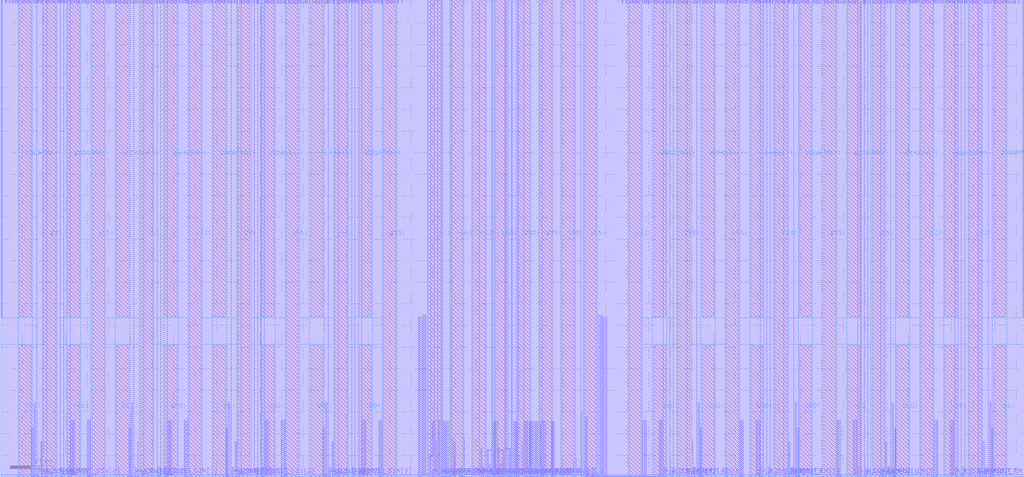
<source format=lef>
# ------------------------------------------------------
#
#		Copyright 2025 IHP PDK Authors
#
#		Licensed under the Apache License, Version 2.0 (the "License");
#		you may not use this file except in compliance with the License.
#		You may obtain a copy of the License at
#		
#		   https://www.apache.org/licenses/LICENSE-2.0
#		
#		Unless required by applicable law or agreed to in writing, software
#		distributed under the License is distributed on an "AS IS" BASIS,
#		WITHOUT WARRANTIES OR CONDITIONS OF ANY KIND, either express or implied.
#		See the License for the specific language governing permissions and
#		limitations under the License.
#		
#		Generated on Wed Aug 27 16:20:24 2025		
#
# ------------------------------------------------------ 
VERSION 5.7 ;
BUSBITCHARS "[]" ;
DIVIDERCHAR "/" ;

MACRO RM_IHPSG13_1P_512x8_c3_bm_bist
  CLASS BLOCK ;
  ORIGIN 0 0 ;
  FOREIGN RM_IHPSG13_1P_512x8_c3_bm_bist 0 0 ;
  SIZE 236.8 BY 110.38 ;
  SYMMETRY X Y R90 ;
  PIN A_DIN[4]
    DIRECTION INPUT ;
    USE SIGNAL ;
    ANTENNAPARTIALMETALAREA 0.7007 LAYER Metal2 ;
    ANTENNAMODEL OXIDE1 ;
      ANTENNAGATEAREA 0.20085 LAYER Metal2 ;
      ANTENNAMAXAREACAR 4.394822 LAYER Metal2 ;
    PORT
      LAYER Metal2 ;
        RECT 155.09 0 155.35 0.26 ;
    END
  END A_DIN[4]
  PIN A_DIN[3]
    DIRECTION INPUT ;
    USE SIGNAL ;
    ANTENNAPARTIALMETALAREA 0.7007 LAYER Metal2 ;
    ANTENNAMODEL OXIDE1 ;
      ANTENNAGATEAREA 0.20085 LAYER Metal2 ;
      ANTENNAMAXAREACAR 4.394822 LAYER Metal2 ;
    PORT
      LAYER Metal2 ;
        RECT 81.45 0 81.71 0.26 ;
    END
  END A_DIN[3]
  PIN A_BIST_DIN[4]
    DIRECTION INPUT ;
    USE SIGNAL ;
    ANTENNAPARTIALMETALAREA 0.7007 LAYER Metal2 ;
    ANTENNAMODEL OXIDE1 ;
      ANTENNAGATEAREA 0.20085 LAYER Metal2 ;
      ANTENNAMAXAREACAR 4.394822 LAYER Metal2 ;
    PORT
      LAYER Metal2 ;
        RECT 153.56 0 153.82 0.26 ;
    END
  END A_BIST_DIN[4]
  PIN A_BIST_DIN[3]
    DIRECTION INPUT ;
    USE SIGNAL ;
    ANTENNAPARTIALMETALAREA 0.7007 LAYER Metal2 ;
    ANTENNAMODEL OXIDE1 ;
      ANTENNAGATEAREA 0.20085 LAYER Metal2 ;
      ANTENNAMAXAREACAR 4.394822 LAYER Metal2 ;
    PORT
      LAYER Metal2 ;
        RECT 82.98 0 83.24 0.26 ;
    END
  END A_BIST_DIN[3]
  PIN A_BM[4]
    DIRECTION INPUT ;
    USE SIGNAL ;
    ANTENNAPARTIALMETALAREA 0.7007 LAYER Metal2 ;
    ANTENNAMODEL OXIDE1 ;
      ANTENNAGATEAREA 0.20085 LAYER Metal2 ;
      ANTENNAMAXAREACAR 4.394822 LAYER Metal2 ;
    PORT
      LAYER Metal2 ;
        RECT 158.97 0 159.23 0.26 ;
    END
  END A_BM[4]
  PIN A_BM[3]
    DIRECTION INPUT ;
    USE SIGNAL ;
    ANTENNAPARTIALMETALAREA 0.7007 LAYER Metal2 ;
    ANTENNAMODEL OXIDE1 ;
      ANTENNAGATEAREA 0.20085 LAYER Metal2 ;
      ANTENNAMAXAREACAR 4.394822 LAYER Metal2 ;
    PORT
      LAYER Metal2 ;
        RECT 77.57 0 77.83 0.26 ;
    END
  END A_BM[3]
  PIN A_BIST_BM[4]
    DIRECTION INPUT ;
    USE SIGNAL ;
    ANTENNAPARTIALMETALAREA 0.7007 LAYER Metal2 ;
    ANTENNAMODEL OXIDE1 ;
      ANTENNAGATEAREA 0.20085 LAYER Metal2 ;
      ANTENNAMAXAREACAR 4.394822 LAYER Metal2 ;
    PORT
      LAYER Metal2 ;
        RECT 160.5 0 160.76 0.26 ;
    END
  END A_BIST_BM[4]
  PIN A_BIST_BM[3]
    DIRECTION INPUT ;
    USE SIGNAL ;
    ANTENNAPARTIALMETALAREA 0.7007 LAYER Metal2 ;
    ANTENNAMODEL OXIDE1 ;
      ANTENNAGATEAREA 0.20085 LAYER Metal2 ;
      ANTENNAMAXAREACAR 4.394822 LAYER Metal2 ;
    PORT
      LAYER Metal2 ;
        RECT 76.04 0 76.3 0.26 ;
    END
  END A_BIST_BM[3]
  PIN A_DOUT[4]
    DIRECTION OUTPUT ;
    USE SIGNAL ;
    ANTENNAPARTIALMETALAREA 2.0345 LAYER Metal2 ;
    ANTENNADIFFAREA 0.988 LAYER Metal2 ;
    PORT
      LAYER Metal2 ;
        RECT 159.835 0 160.095 0.26 ;
    END
  END A_DOUT[4]
  PIN A_DOUT[3]
    DIRECTION OUTPUT ;
    USE SIGNAL ;
    ANTENNAPARTIALMETALAREA 2.0345 LAYER Metal2 ;
    ANTENNADIFFAREA 0.988 LAYER Metal2 ;
    PORT
      LAYER Metal2 ;
        RECT 76.705 0 76.965 0.26 ;
    END
  END A_DOUT[3]
  PIN VSS!
    DIRECTION INOUT ;
    USE GROUND ;
    NETEXPR "vss VSS!" ;
    PORT
      LAYER Metal4 ;
        RECT 224.11 0 226.92 110.38 ;
    END
    PORT
      LAYER Metal4 ;
        RECT 212.87 0 215.68 110.38 ;
    END
    PORT
      LAYER Metal4 ;
        RECT 201.63 0 204.44 110.38 ;
    END
    PORT
      LAYER Metal4 ;
        RECT 190.39 0 193.2 110.38 ;
    END
    PORT
      LAYER Metal4 ;
        RECT 179.15 0 181.96 110.38 ;
    END
    PORT
      LAYER Metal4 ;
        RECT 167.91 0 170.72 110.38 ;
    END
    PORT
      LAYER Metal4 ;
        RECT 156.67 0 159.48 110.38 ;
    END
    PORT
      LAYER Metal4 ;
        RECT 145.43 0 148.24 110.38 ;
    END
    PORT
      LAYER Metal4 ;
        RECT 135.02 0 137.83 110.38 ;
    END
    PORT
      LAYER Metal4 ;
        RECT 124.72 0 127.53 110.38 ;
    END
    PORT
      LAYER Metal4 ;
        RECT 109.27 0 112.08 110.38 ;
    END
    PORT
      LAYER Metal4 ;
        RECT 98.97 0 101.78 110.38 ;
    END
    PORT
      LAYER Metal4 ;
        RECT 88.56 0 91.37 110.38 ;
    END
    PORT
      LAYER Metal4 ;
        RECT 77.32 0 80.13 110.38 ;
    END
    PORT
      LAYER Metal4 ;
        RECT 66.08 0 68.89 110.38 ;
    END
    PORT
      LAYER Metal4 ;
        RECT 54.84 0 57.65 110.38 ;
    END
    PORT
      LAYER Metal4 ;
        RECT 43.6 0 46.41 110.38 ;
    END
    PORT
      LAYER Metal4 ;
        RECT 32.36 0 35.17 110.38 ;
    END
    PORT
      LAYER Metal4 ;
        RECT 21.12 0 23.93 110.38 ;
    END
    PORT
      LAYER Metal4 ;
        RECT 9.88 0 12.69 110.38 ;
    END
  END VSS!
  PIN VDD!
    DIRECTION INOUT ;
    USE POWER ;
    NETEXPR "vdd VDD!" ;
    PORT
      LAYER Metal4 ;
        RECT 229.73 0 232.54 30.425 ;
    END
    PORT
      LAYER Metal4 ;
        RECT 218.49 0 221.3 30.425 ;
    END
    PORT
      LAYER Metal4 ;
        RECT 207.25 0 210.06 30.425 ;
    END
    PORT
      LAYER Metal4 ;
        RECT 196.01 0 198.82 30.425 ;
    END
    PORT
      LAYER Metal4 ;
        RECT 184.77 0 187.58 30.425 ;
    END
    PORT
      LAYER Metal4 ;
        RECT 173.53 0 176.34 30.425 ;
    END
    PORT
      LAYER Metal4 ;
        RECT 162.29 0 165.1 30.425 ;
    END
    PORT
      LAYER Metal4 ;
        RECT 151.05 0 153.86 30.425 ;
    END
    PORT
      LAYER Metal4 ;
        RECT 129.87 0 132.68 110.38 ;
    END
    PORT
      LAYER Metal4 ;
        RECT 119.57 0 122.38 110.38 ;
    END
    PORT
      LAYER Metal4 ;
        RECT 114.42 0 117.23 110.38 ;
    END
    PORT
      LAYER Metal4 ;
        RECT 104.12 0 106.93 110.38 ;
    END
    PORT
      LAYER Metal4 ;
        RECT 82.94 0 85.75 30.425 ;
    END
    PORT
      LAYER Metal4 ;
        RECT 71.7 0 74.51 30.425 ;
    END
    PORT
      LAYER Metal4 ;
        RECT 60.46 0 63.27 30.425 ;
    END
    PORT
      LAYER Metal4 ;
        RECT 49.22 0 52.03 30.425 ;
    END
    PORT
      LAYER Metal4 ;
        RECT 37.98 0 40.79 30.425 ;
    END
    PORT
      LAYER Metal4 ;
        RECT 26.74 0 29.55 30.425 ;
    END
    PORT
      LAYER Metal4 ;
        RECT 15.5 0 18.31 30.425 ;
    END
    PORT
      LAYER Metal4 ;
        RECT 4.26 0 7.07 30.425 ;
    END
  END VDD!
  PIN VDDARRAY!
    DIRECTION INOUT ;
    USE POWER ;
    NETEXPR "vddarray VDDARRAY!" ;
    PORT
      LAYER Metal4 ;
        RECT 229.73 37.065 232.54 110.38 ;
    END
    PORT
      LAYER Metal4 ;
        RECT 218.49 37.065 221.3 110.38 ;
    END
    PORT
      LAYER Metal4 ;
        RECT 207.25 37.065 210.06 110.38 ;
    END
    PORT
      LAYER Metal4 ;
        RECT 196.01 37.065 198.82 110.38 ;
    END
    PORT
      LAYER Metal4 ;
        RECT 184.77 37.065 187.58 110.38 ;
    END
    PORT
      LAYER Metal4 ;
        RECT 173.53 37.065 176.34 110.38 ;
    END
    PORT
      LAYER Metal4 ;
        RECT 162.29 37.065 165.1 110.38 ;
    END
    PORT
      LAYER Metal4 ;
        RECT 151.05 37.065 153.86 110.38 ;
    END
    PORT
      LAYER Metal4 ;
        RECT 82.94 37.065 85.75 110.38 ;
    END
    PORT
      LAYER Metal4 ;
        RECT 71.7 37.065 74.51 110.38 ;
    END
    PORT
      LAYER Metal4 ;
        RECT 60.46 37.065 63.27 110.38 ;
    END
    PORT
      LAYER Metal4 ;
        RECT 49.22 37.065 52.03 110.38 ;
    END
    PORT
      LAYER Metal4 ;
        RECT 37.98 37.065 40.79 110.38 ;
    END
    PORT
      LAYER Metal4 ;
        RECT 26.74 37.065 29.55 110.38 ;
    END
    PORT
      LAYER Metal4 ;
        RECT 15.5 37.065 18.31 110.38 ;
    END
    PORT
      LAYER Metal4 ;
        RECT 4.26 37.065 7.07 110.38 ;
    END
  END VDDARRAY!
  PIN A_DIN[5]
    DIRECTION INPUT ;
    USE SIGNAL ;
    ANTENNAPARTIALMETALAREA 0.7007 LAYER Metal2 ;
    ANTENNAMODEL OXIDE1 ;
      ANTENNAGATEAREA 0.20085 LAYER Metal2 ;
      ANTENNAMAXAREACAR 4.394822 LAYER Metal2 ;
    PORT
      LAYER Metal2 ;
        RECT 177.57 0 177.83 0.26 ;
    END
  END A_DIN[5]
  PIN A_DIN[2]
    DIRECTION INPUT ;
    USE SIGNAL ;
    ANTENNAPARTIALMETALAREA 0.7007 LAYER Metal2 ;
    ANTENNAMODEL OXIDE1 ;
      ANTENNAGATEAREA 0.20085 LAYER Metal2 ;
      ANTENNAMAXAREACAR 4.394822 LAYER Metal2 ;
    PORT
      LAYER Metal2 ;
        RECT 58.97 0 59.23 0.26 ;
    END
  END A_DIN[2]
  PIN A_BIST_DIN[5]
    DIRECTION INPUT ;
    USE SIGNAL ;
    ANTENNAPARTIALMETALAREA 0.7007 LAYER Metal2 ;
    ANTENNAMODEL OXIDE1 ;
      ANTENNAGATEAREA 0.20085 LAYER Metal2 ;
      ANTENNAMAXAREACAR 4.394822 LAYER Metal2 ;
    PORT
      LAYER Metal2 ;
        RECT 176.04 0 176.3 0.26 ;
    END
  END A_BIST_DIN[5]
  PIN A_BIST_DIN[2]
    DIRECTION INPUT ;
    USE SIGNAL ;
    ANTENNAPARTIALMETALAREA 0.7007 LAYER Metal2 ;
    ANTENNAMODEL OXIDE1 ;
      ANTENNAGATEAREA 0.20085 LAYER Metal2 ;
      ANTENNAMAXAREACAR 4.394822 LAYER Metal2 ;
    PORT
      LAYER Metal2 ;
        RECT 60.5 0 60.76 0.26 ;
    END
  END A_BIST_DIN[2]
  PIN A_BM[5]
    DIRECTION INPUT ;
    USE SIGNAL ;
    ANTENNAPARTIALMETALAREA 0.7007 LAYER Metal2 ;
    ANTENNAMODEL OXIDE1 ;
      ANTENNAGATEAREA 0.20085 LAYER Metal2 ;
      ANTENNAMAXAREACAR 4.394822 LAYER Metal2 ;
    PORT
      LAYER Metal2 ;
        RECT 181.45 0 181.71 0.26 ;
    END
  END A_BM[5]
  PIN A_BM[2]
    DIRECTION INPUT ;
    USE SIGNAL ;
    ANTENNAPARTIALMETALAREA 0.7007 LAYER Metal2 ;
    ANTENNAMODEL OXIDE1 ;
      ANTENNAGATEAREA 0.20085 LAYER Metal2 ;
      ANTENNAMAXAREACAR 4.394822 LAYER Metal2 ;
    PORT
      LAYER Metal2 ;
        RECT 55.09 0 55.35 0.26 ;
    END
  END A_BM[2]
  PIN A_BIST_BM[5]
    DIRECTION INPUT ;
    USE SIGNAL ;
    ANTENNAPARTIALMETALAREA 0.7007 LAYER Metal2 ;
    ANTENNAMODEL OXIDE1 ;
      ANTENNAGATEAREA 0.20085 LAYER Metal2 ;
      ANTENNAMAXAREACAR 4.394822 LAYER Metal2 ;
    PORT
      LAYER Metal2 ;
        RECT 182.98 0 183.24 0.26 ;
    END
  END A_BIST_BM[5]
  PIN A_BIST_BM[2]
    DIRECTION INPUT ;
    USE SIGNAL ;
    ANTENNAPARTIALMETALAREA 0.7007 LAYER Metal2 ;
    ANTENNAMODEL OXIDE1 ;
      ANTENNAGATEAREA 0.20085 LAYER Metal2 ;
      ANTENNAMAXAREACAR 4.394822 LAYER Metal2 ;
    PORT
      LAYER Metal2 ;
        RECT 53.56 0 53.82 0.26 ;
    END
  END A_BIST_BM[2]
  PIN A_DOUT[5]
    DIRECTION OUTPUT ;
    USE SIGNAL ;
    ANTENNAPARTIALMETALAREA 2.0345 LAYER Metal2 ;
    ANTENNADIFFAREA 0.988 LAYER Metal2 ;
    PORT
      LAYER Metal2 ;
        RECT 182.315 0 182.575 0.26 ;
    END
  END A_DOUT[5]
  PIN A_DOUT[2]
    DIRECTION OUTPUT ;
    USE SIGNAL ;
    ANTENNAPARTIALMETALAREA 2.0345 LAYER Metal2 ;
    ANTENNADIFFAREA 0.988 LAYER Metal2 ;
    PORT
      LAYER Metal2 ;
        RECT 54.225 0 54.485 0.26 ;
    END
  END A_DOUT[2]
  PIN A_DIN[6]
    DIRECTION INPUT ;
    USE SIGNAL ;
    ANTENNAPARTIALMETALAREA 0.7007 LAYER Metal2 ;
    ANTENNAMODEL OXIDE1 ;
      ANTENNAGATEAREA 0.20085 LAYER Metal2 ;
      ANTENNAMAXAREACAR 4.394822 LAYER Metal2 ;
    PORT
      LAYER Metal2 ;
        RECT 200.05 0 200.31 0.26 ;
    END
  END A_DIN[6]
  PIN A_DIN[1]
    DIRECTION INPUT ;
    USE SIGNAL ;
    ANTENNAPARTIALMETALAREA 0.7007 LAYER Metal2 ;
    ANTENNAMODEL OXIDE1 ;
      ANTENNAGATEAREA 0.20085 LAYER Metal2 ;
      ANTENNAMAXAREACAR 4.394822 LAYER Metal2 ;
    PORT
      LAYER Metal2 ;
        RECT 36.49 0 36.75 0.26 ;
    END
  END A_DIN[1]
  PIN A_BIST_DIN[6]
    DIRECTION INPUT ;
    USE SIGNAL ;
    ANTENNAPARTIALMETALAREA 0.7007 LAYER Metal2 ;
    ANTENNAMODEL OXIDE1 ;
      ANTENNAGATEAREA 0.20085 LAYER Metal2 ;
      ANTENNAMAXAREACAR 4.394822 LAYER Metal2 ;
    PORT
      LAYER Metal2 ;
        RECT 198.52 0 198.78 0.26 ;
    END
  END A_BIST_DIN[6]
  PIN A_BIST_DIN[1]
    DIRECTION INPUT ;
    USE SIGNAL ;
    ANTENNAPARTIALMETALAREA 0.7007 LAYER Metal2 ;
    ANTENNAMODEL OXIDE1 ;
      ANTENNAGATEAREA 0.20085 LAYER Metal2 ;
      ANTENNAMAXAREACAR 4.394822 LAYER Metal2 ;
    PORT
      LAYER Metal2 ;
        RECT 38.02 0 38.28 0.26 ;
    END
  END A_BIST_DIN[1]
  PIN A_BM[6]
    DIRECTION INPUT ;
    USE SIGNAL ;
    ANTENNAPARTIALMETALAREA 0.7007 LAYER Metal2 ;
    ANTENNAMODEL OXIDE1 ;
      ANTENNAGATEAREA 0.20085 LAYER Metal2 ;
      ANTENNAMAXAREACAR 4.394822 LAYER Metal2 ;
    PORT
      LAYER Metal2 ;
        RECT 203.93 0 204.19 0.26 ;
    END
  END A_BM[6]
  PIN A_BM[1]
    DIRECTION INPUT ;
    USE SIGNAL ;
    ANTENNAPARTIALMETALAREA 0.7007 LAYER Metal2 ;
    ANTENNAMODEL OXIDE1 ;
      ANTENNAGATEAREA 0.20085 LAYER Metal2 ;
      ANTENNAMAXAREACAR 4.394822 LAYER Metal2 ;
    PORT
      LAYER Metal2 ;
        RECT 32.61 0 32.87 0.26 ;
    END
  END A_BM[1]
  PIN A_BIST_BM[6]
    DIRECTION INPUT ;
    USE SIGNAL ;
    ANTENNAPARTIALMETALAREA 0.7007 LAYER Metal2 ;
    ANTENNAMODEL OXIDE1 ;
      ANTENNAGATEAREA 0.20085 LAYER Metal2 ;
      ANTENNAMAXAREACAR 4.394822 LAYER Metal2 ;
    PORT
      LAYER Metal2 ;
        RECT 205.46 0 205.72 0.26 ;
    END
  END A_BIST_BM[6]
  PIN A_BIST_BM[1]
    DIRECTION INPUT ;
    USE SIGNAL ;
    ANTENNAPARTIALMETALAREA 0.7007 LAYER Metal2 ;
    ANTENNAMODEL OXIDE1 ;
      ANTENNAGATEAREA 0.20085 LAYER Metal2 ;
      ANTENNAMAXAREACAR 4.394822 LAYER Metal2 ;
    PORT
      LAYER Metal2 ;
        RECT 31.08 0 31.34 0.26 ;
    END
  END A_BIST_BM[1]
  PIN A_DOUT[6]
    DIRECTION OUTPUT ;
    USE SIGNAL ;
    ANTENNAPARTIALMETALAREA 2.0345 LAYER Metal2 ;
    ANTENNADIFFAREA 0.988 LAYER Metal2 ;
    PORT
      LAYER Metal2 ;
        RECT 204.795 0 205.055 0.26 ;
    END
  END A_DOUT[6]
  PIN A_DOUT[1]
    DIRECTION OUTPUT ;
    USE SIGNAL ;
    ANTENNAPARTIALMETALAREA 2.0345 LAYER Metal2 ;
    ANTENNADIFFAREA 0.988 LAYER Metal2 ;
    PORT
      LAYER Metal2 ;
        RECT 31.745 0 32.005 0.26 ;
    END
  END A_DOUT[1]
  PIN A_DIN[7]
    DIRECTION INPUT ;
    USE SIGNAL ;
    ANTENNAPARTIALMETALAREA 0.7007 LAYER Metal2 ;
    ANTENNAMODEL OXIDE1 ;
      ANTENNAGATEAREA 0.20085 LAYER Metal2 ;
      ANTENNAMAXAREACAR 4.394822 LAYER Metal2 ;
    PORT
      LAYER Metal2 ;
        RECT 222.53 0 222.79 0.26 ;
    END
  END A_DIN[7]
  PIN A_DIN[0]
    DIRECTION INPUT ;
    USE SIGNAL ;
    ANTENNAPARTIALMETALAREA 0.7007 LAYER Metal2 ;
    ANTENNAMODEL OXIDE1 ;
      ANTENNAGATEAREA 0.20085 LAYER Metal2 ;
      ANTENNAMAXAREACAR 4.394822 LAYER Metal2 ;
    PORT
      LAYER Metal2 ;
        RECT 14.01 0 14.27 0.26 ;
    END
  END A_DIN[0]
  PIN A_BIST_DIN[7]
    DIRECTION INPUT ;
    USE SIGNAL ;
    ANTENNAPARTIALMETALAREA 0.7007 LAYER Metal2 ;
    ANTENNAMODEL OXIDE1 ;
      ANTENNAGATEAREA 0.20085 LAYER Metal2 ;
      ANTENNAMAXAREACAR 4.394822 LAYER Metal2 ;
    PORT
      LAYER Metal2 ;
        RECT 221 0 221.26 0.26 ;
    END
  END A_BIST_DIN[7]
  PIN A_BIST_DIN[0]
    DIRECTION INPUT ;
    USE SIGNAL ;
    ANTENNAPARTIALMETALAREA 0.7007 LAYER Metal2 ;
    ANTENNAMODEL OXIDE1 ;
      ANTENNAGATEAREA 0.20085 LAYER Metal2 ;
      ANTENNAMAXAREACAR 4.394822 LAYER Metal2 ;
    PORT
      LAYER Metal2 ;
        RECT 15.54 0 15.8 0.26 ;
    END
  END A_BIST_DIN[0]
  PIN A_BM[7]
    DIRECTION INPUT ;
    USE SIGNAL ;
    ANTENNAPARTIALMETALAREA 0.7007 LAYER Metal2 ;
    ANTENNAMODEL OXIDE1 ;
      ANTENNAGATEAREA 0.20085 LAYER Metal2 ;
      ANTENNAMAXAREACAR 4.394822 LAYER Metal2 ;
    PORT
      LAYER Metal2 ;
        RECT 226.41 0 226.67 0.26 ;
    END
  END A_BM[7]
  PIN A_BM[0]
    DIRECTION INPUT ;
    USE SIGNAL ;
    ANTENNAPARTIALMETALAREA 0.7007 LAYER Metal2 ;
    ANTENNAMODEL OXIDE1 ;
      ANTENNAGATEAREA 0.20085 LAYER Metal2 ;
      ANTENNAMAXAREACAR 4.394822 LAYER Metal2 ;
    PORT
      LAYER Metal2 ;
        RECT 10.13 0 10.39 0.26 ;
    END
  END A_BM[0]
  PIN A_BIST_BM[7]
    DIRECTION INPUT ;
    USE SIGNAL ;
    ANTENNAPARTIALMETALAREA 0.7007 LAYER Metal2 ;
    ANTENNAMODEL OXIDE1 ;
      ANTENNAGATEAREA 0.20085 LAYER Metal2 ;
      ANTENNAMAXAREACAR 4.394822 LAYER Metal2 ;
    PORT
      LAYER Metal2 ;
        RECT 227.94 0 228.2 0.26 ;
    END
  END A_BIST_BM[7]
  PIN A_BIST_BM[0]
    DIRECTION INPUT ;
    USE SIGNAL ;
    ANTENNAPARTIALMETALAREA 0.7007 LAYER Metal2 ;
    ANTENNAMODEL OXIDE1 ;
      ANTENNAGATEAREA 0.20085 LAYER Metal2 ;
      ANTENNAMAXAREACAR 4.394822 LAYER Metal2 ;
    PORT
      LAYER Metal2 ;
        RECT 8.6 0 8.86 0.26 ;
    END
  END A_BIST_BM[0]
  PIN A_DOUT[7]
    DIRECTION OUTPUT ;
    USE SIGNAL ;
    ANTENNAPARTIALMETALAREA 2.0345 LAYER Metal2 ;
    ANTENNADIFFAREA 0.988 LAYER Metal2 ;
    PORT
      LAYER Metal2 ;
        RECT 227.275 0 227.535 0.26 ;
    END
  END A_DOUT[7]
  PIN A_DOUT[0]
    DIRECTION OUTPUT ;
    USE SIGNAL ;
    ANTENNAPARTIALMETALAREA 2.0345 LAYER Metal2 ;
    ANTENNADIFFAREA 0.988 LAYER Metal2 ;
    PORT
      LAYER Metal2 ;
        RECT 9.265 0 9.525 0.26 ;
    END
  END A_DOUT[0]
  PIN A_ADDR[0]
    DIRECTION INPUT ;
    USE SIGNAL ;
    ANTENNAPARTIALMETALAREA 6.7171 LAYER Metal2 ;
    ANTENNAMODEL OXIDE1 ;
      ANTENNAGATEAREA 0.20085 LAYER Metal2 ;
      ANTENNAMAXAREACAR 34.349515 LAYER Metal2 ;
    PORT
      LAYER Metal2 ;
        RECT 114.6 0 114.86 0.26 ;
    END
  END A_ADDR[0]
  PIN A_BIST_ADDR[0]
    DIRECTION INPUT ;
    USE SIGNAL ;
    ANTENNAPARTIALMETALAREA 7.5127 LAYER Metal2 ;
    ANTENNAMODEL OXIDE1 ;
      ANTENNAGATEAREA 0.20085 LAYER Metal2 ;
      ANTENNAMAXAREACAR 38.31068 LAYER Metal2 ;
    PORT
      LAYER Metal2 ;
        RECT 119.19 0 119.45 0.26 ;
    END
  END A_BIST_ADDR[0]
  PIN A_ADDR[1]
    DIRECTION INPUT ;
    USE SIGNAL ;
    ANTENNAPARTIALMETALAREA 5.59 LAYER Metal2 ;
    ANTENNAMODEL OXIDE1 ;
      ANTENNAGATEAREA 0.20085 LAYER Metal2 ;
      ANTENNAMAXAREACAR 28.783172 LAYER Metal2 ;
    PORT
      LAYER Metal2 ;
        RECT 114.09 0 114.35 0.26 ;
    END
  END A_ADDR[1]
  PIN A_BIST_ADDR[1]
    DIRECTION INPUT ;
    USE SIGNAL ;
    ANTENNAPARTIALMETALAREA 6.3856 LAYER Metal2 ;
    ANTENNAMODEL OXIDE1 ;
      ANTENNAGATEAREA 0.20085 LAYER Metal2 ;
      ANTENNAMAXAREACAR 32.744337 LAYER Metal2 ;
    PORT
      LAYER Metal2 ;
        RECT 118.68 0 118.94 0.26 ;
    END
  END A_BIST_ADDR[1]
  PIN A_ADDR[2]
    DIRECTION INPUT ;
    USE SIGNAL ;
    ANTENNAPARTIALMETALAREA 6.4519 LAYER Metal2 ;
    ANTENNAMODEL OXIDE1 ;
      ANTENNAGATEAREA 0.20085 LAYER Metal2 ;
      ANTENNAMAXAREACAR 33.029126 LAYER Metal2 ;
    PORT
      LAYER Metal2 ;
        RECT 99.81 0 100.07 0.26 ;
    END
  END A_ADDR[2]
  PIN A_BIST_ADDR[2]
    DIRECTION INPUT ;
    USE SIGNAL ;
    ANTENNAPARTIALMETALAREA 6.1867 LAYER Metal2 ;
    ANTENNAMODEL OXIDE1 ;
      ANTENNAGATEAREA 0.20085 LAYER Metal2 ;
      ANTENNAMAXAREACAR 31.708738 LAYER Metal2 ;
    PORT
      LAYER Metal2 ;
        RECT 101.34 0 101.6 0.26 ;
    END
  END A_BIST_ADDR[2]
  PIN A_ADDR[3]
    DIRECTION INPUT ;
    USE SIGNAL ;
    ANTENNAPARTIALMETALAREA 8.4487 LAYER Metal2 ;
    ANTENNAPARTIALMETALAREA 1.5246 LAYER Metal3 ;
    ANTENNAPARTIALCUTAREA 0.0722 LAYER Via2 ;
    ANTENNAMODEL OXIDE1 ;
      ANTENNAGATEAREA 0.20085 LAYER Metal3 ;
      ANTENNAMAXAREACAR 9.415982 LAYER Metal3 ;
    PORT
      LAYER Metal2 ;
        RECT 122.25 0 122.51 0.26 ;
    END
  END A_ADDR[3]
  PIN A_BIST_ADDR[3]
    DIRECTION INPUT ;
    USE SIGNAL ;
    ANTENNAPARTIALMETALAREA 8.4487 LAYER Metal2 ;
    ANTENNAPARTIALMETALAREA 1.0962 LAYER Metal3 ;
    ANTENNAPARTIALCUTAREA 0.0722 LAYER Via2 ;
    ANTENNAMODEL OXIDE1 ;
      ANTENNAGATEAREA 0.20085 LAYER Metal3 ;
      ANTENNAMAXAREACAR 7.813791 LAYER Metal3 ;
    PORT
      LAYER Metal2 ;
        RECT 122.76 0 123.02 0.26 ;
    END
  END A_BIST_ADDR[3]
  PIN A_ADDR[4]
    DIRECTION INPUT ;
    USE SIGNAL ;
    ANTENNAPARTIALMETALAREA 8.4487 LAYER Metal2 ;
    ANTENNAPARTIALMETALAREA 3.8367 LAYER Metal3 ;
    ANTENNAPARTIALCUTAREA 0.0722 LAYER Via2 ;
    ANTENNAMODEL OXIDE1 ;
      ANTENNAGATEAREA 0.20085 LAYER Metal3 ;
      ANTENNAMAXAREACAR 20.927558 LAYER Metal3 ;
    PORT
      LAYER Metal2 ;
        RECT 121.23 0 121.49 0.26 ;
    END
  END A_ADDR[4]
  PIN A_BIST_ADDR[4]
    DIRECTION INPUT ;
    USE SIGNAL ;
    ANTENNAPARTIALMETALAREA 8.4487 LAYER Metal2 ;
    ANTENNAPARTIALMETALAREA 3.5175 LAYER Metal3 ;
    ANTENNAPARTIALCUTAREA 0.0722 LAYER Via2 ;
    ANTENNAMODEL OXIDE1 ;
      ANTENNAGATEAREA 0.20085 LAYER Metal3 ;
      ANTENNAMAXAREACAR 19.869057 LAYER Metal3 ;
    PORT
      LAYER Metal2 ;
        RECT 121.74 0 122 0.26 ;
    END
  END A_BIST_ADDR[4]
  PIN A_ADDR[5]
    DIRECTION INPUT ;
    USE SIGNAL ;
    ANTENNAPARTIALMETALAREA 10.0139 LAYER Metal2 ;
    ANTENNAMODEL OXIDE1 ;
      ANTENNAGATEAREA 0.20085 LAYER Metal2 ;
      ANTENNAMAXAREACAR 50.763754 LAYER Metal2 ;
    PORT
      LAYER Metal2 ;
        RECT 124.8 0 125.06 0.26 ;
    END
  END A_ADDR[5]
  PIN A_BIST_ADDR[5]
    DIRECTION INPUT ;
    USE SIGNAL ;
    ANTENNAPARTIALMETALAREA 9.7487 LAYER Metal2 ;
    ANTENNAMODEL OXIDE1 ;
      ANTENNAGATEAREA 0.20085 LAYER Metal2 ;
      ANTENNAMAXAREACAR 49.443366 LAYER Metal2 ;
    PORT
      LAYER Metal2 ;
        RECT 124.29 0 124.55 0.26 ;
    END
  END A_BIST_ADDR[5]
  PIN A_ADDR[6]
    DIRECTION INPUT ;
    USE SIGNAL ;
    ANTENNAPARTIALMETALAREA 11.7429 LAYER Metal2 ;
    ANTENNAMODEL OXIDE1 ;
      ANTENNAGATEAREA 0.20085 LAYER Metal2 ;
      ANTENNAMAXAREACAR 59.372168 LAYER Metal2 ;
    PORT
      LAYER Metal2 ;
        RECT 123.78 0 124.04 0.26 ;
    END
  END A_ADDR[6]
  PIN A_BIST_ADDR[6]
    DIRECTION INPUT ;
    USE SIGNAL ;
    ANTENNAPARTIALMETALAREA 11.4777 LAYER Metal2 ;
    ANTENNAMODEL OXIDE1 ;
      ANTENNAGATEAREA 0.20085 LAYER Metal2 ;
      ANTENNAMAXAREACAR 58.05178 LAYER Metal2 ;
    PORT
      LAYER Metal2 ;
        RECT 123.27 0 123.53 0.26 ;
    END
  END A_BIST_ADDR[6]
  PIN A_ADDR[7]
    DIRECTION INPUT ;
    USE SIGNAL ;
    ANTENNAPARTIALMETALAREA 8.7685 LAYER Metal2 ;
    ANTENNAMODEL OXIDE1 ;
      ANTENNAGATEAREA 0.20085 LAYER Metal2 ;
      ANTENNAMAXAREACAR 44.563107 LAYER Metal2 ;
    PORT
      LAYER Metal2 ;
        RECT 102.36 0 102.62 0.26 ;
    END
  END A_ADDR[7]
  PIN A_BIST_ADDR[7]
    DIRECTION INPUT ;
    USE SIGNAL ;
    ANTENNAPARTIALMETALAREA 8.4931 LAYER Metal2 ;
    ANTENNAMODEL OXIDE1 ;
      ANTENNAGATEAREA 0.20085 LAYER Metal2 ;
      ANTENNAMAXAREACAR 43.191934 LAYER Metal2 ;
    PORT
      LAYER Metal2 ;
        RECT 102.87 0 103.13 0.26 ;
    END
  END A_BIST_ADDR[7]
  PIN A_ADDR[8]
    DIRECTION INPUT ;
    USE SIGNAL ;
    ANTENNAPARTIALMETALAREA 10.2323 LAYER Metal2 ;
    ANTENNAMODEL OXIDE1 ;
      ANTENNAGATEAREA 0.20085 LAYER Metal2 ;
      ANTENNAMAXAREACAR 51.851133 LAYER Metal2 ;
    PORT
      LAYER Metal2 ;
        RECT 103.38 0 103.64 0.26 ;
    END
  END A_ADDR[8]
  PIN A_BIST_ADDR[8]
    DIRECTION INPUT ;
    USE SIGNAL ;
    ANTENNAPARTIALMETALAREA 9.9671 LAYER Metal2 ;
    ANTENNAMODEL OXIDE1 ;
      ANTENNAGATEAREA 0.20085 LAYER Metal2 ;
      ANTENNAMAXAREACAR 50.530744 LAYER Metal2 ;
    PORT
      LAYER Metal2 ;
        RECT 103.89 0 104.15 0.26 ;
    END
  END A_BIST_ADDR[8]
  PIN A_CLK
    DIRECTION INPUT ;
    USE SIGNAL ;
    ANTENNAPARTIALMETALAREA 1.8707 LAYER Metal2 ;
    ANTENNAMODEL OXIDE1 ;
      ANTENNAGATEAREA 0.20085 LAYER Metal2 ;
      ANTENNAMAXAREACAR 10.220065 LAYER Metal2 ;
    PORT
      LAYER Metal2 ;
        RECT 112.56 0 112.82 0.26 ;
    END
  END A_CLK
  PIN A_REN
    DIRECTION INPUT ;
    USE SIGNAL ;
    ANTENNAPARTIALMETALAREA 1.81105 LAYER Metal2 ;
    ANTENNAMODEL OXIDE1 ;
      ANTENNAGATEAREA 0.20085 LAYER Metal2 ;
      ANTENNAMAXAREACAR 9.923077 LAYER Metal2 ;
    PORT
      LAYER Metal2 ;
        RECT 116.13 0 116.39 0.26 ;
    END
  END A_REN
  PIN A_WEN
    DIRECTION INPUT ;
    USE SIGNAL ;
    ANTENNAPARTIALMETALAREA 0.7007 LAYER Metal2 ;
    ANTENNAMODEL OXIDE1 ;
      ANTENNAGATEAREA 0.20085 LAYER Metal2 ;
      ANTENNAMAXAREACAR 4.394822 LAYER Metal2 ;
    PORT
      LAYER Metal2 ;
        RECT 115.62 0 115.88 0.26 ;
    END
  END A_WEN
  PIN A_MEN
    DIRECTION INPUT ;
    USE SIGNAL ;
    ANTENNAPARTIALMETALAREA 0.8407 LAYER Metal2 ;
    ANTENNAMODEL OXIDE1 ;
      ANTENNAGATEAREA 0.20085 LAYER Metal2 ;
      ANTENNAMAXAREACAR 5.09186 LAYER Metal2 ;
    PORT
      LAYER Metal2 ;
        RECT 113.07 0 113.33 0.26 ;
    END
  END A_MEN
  PIN A_DLY
    DIRECTION INPUT ;
    USE SIGNAL ;
    ANTENNAPARTIALMETALAREA 3.874 LAYER Metal2 ;
    ANTENNAMODEL OXIDE1 ;
      ANTENNAGATEAREA 0.3367 LAYER Metal2 ;
      ANTENNAMAXAREACAR 12.046332 LAYER Metal2 ;
    PORT
      LAYER Metal2 ;
        RECT 134.49 0 134.75 0.26 ;
    END
  END A_DLY
  PIN A_BIST_EN
    DIRECTION INPUT ;
    USE SIGNAL ;
    ANTENNAPARTIALMETALAREA 1.8031 LAYER Metal2 ;
    ANTENNAPARTIALMETALAREA 72.69295 LAYER Metal3 ;
    ANTENNAPARTIALCUTAREA 0.0722 LAYER Via2 ;
    ANTENNAMODEL OXIDE1 ;
      ANTENNAGATEAREA 1.43 LAYER Metal2 ;
      ANTENNAGATEAREA 10.3675 LAYER Metal3 ;
      ANTENNAMAXAREACAR 1.686364 LAYER Metal2 ;
      ANTENNAMAXAREACAR 13.950709 LAYER Metal3 ;
      ANTENNAMAXCUTCAR 0.151469 LAYER Via2 ;
    PORT
      LAYER Metal2 ;
        RECT 115.11 0 115.37 0.26 ;
    END
  END A_BIST_EN
  PIN A_BIST_CLK
    DIRECTION INPUT ;
    USE SIGNAL ;
    ANTENNAPARTIALMETALAREA 1.9799 LAYER Metal2 ;
    ANTENNAMODEL OXIDE1 ;
      ANTENNAGATEAREA 0.20085 LAYER Metal2 ;
      ANTENNAMAXAREACAR 11.079661 LAYER Metal2 ;
    PORT
      LAYER Metal2 ;
        RECT 111.03 0 111.29 0.26 ;
    END
  END A_BIST_CLK
  PIN A_BIST_REN
    DIRECTION INPUT ;
    USE SIGNAL ;
    ANTENNAPARTIALMETALAREA 1.9279 LAYER Metal2 ;
    ANTENNAMODEL OXIDE1 ;
      ANTENNAGATEAREA 0.20085 LAYER Metal2 ;
      ANTENNAMAXAREACAR 10.820762 LAYER Metal2 ;
    PORT
      LAYER Metal2 ;
        RECT 117.66 0 117.92 0.26 ;
    END
  END A_BIST_REN
  PIN A_BIST_WEN
    DIRECTION INPUT ;
    USE SIGNAL ;
    ANTENNAPARTIALMETALAREA 0.7211 LAYER Metal2 ;
    ANTENNAMODEL OXIDE1 ;
      ANTENNAGATEAREA 0.20085 LAYER Metal2 ;
      ANTENNAMAXAREACAR 4.812298 LAYER Metal2 ;
    PORT
      LAYER Metal2 ;
        RECT 117.15 0 117.41 0.26 ;
    END
  END A_BIST_WEN
  PIN A_BIST_MEN
    DIRECTION INPUT ;
    USE SIGNAL ;
    ANTENNAPARTIALMETALAREA 0.7137 LAYER Metal2 ;
    ANTENNAMODEL OXIDE1 ;
      ANTENNAGATEAREA 0.20085 LAYER Metal2 ;
      ANTENNAMAXAREACAR 4.775454 LAYER Metal2 ;
    PORT
      LAYER Metal2 ;
        RECT 111.54 0 111.8 0.26 ;
    END
  END A_BIST_MEN
  OBS
    LAYER Metal1 ;
      RECT 0 0 236.8 110.38 ;
    LAYER Metal2 ;
      RECT 0.105 37.065 0.305 110.355 ;
      RECT 1.1 109.625 1.3 110.355 ;
      RECT 1.92 109.625 2.12 110.355 ;
      RECT 2.415 109.625 2.615 110.355 ;
      RECT 2.915 109.625 3.115 110.355 ;
      RECT 3.415 109.625 3.615 110.355 ;
      RECT 3.91 109.625 4.11 110.355 ;
      RECT 4.73 109.625 4.93 110.355 ;
      RECT 5.225 109.625 5.425 110.355 ;
      RECT 5.725 109.625 5.925 110.355 ;
      RECT 7.225 0.17 7.995 0.43 ;
      RECT 7.225 0.17 7.485 11.38 ;
      RECT 7.735 0.17 7.995 17.1 ;
      RECT 6.225 109.625 6.425 110.355 ;
      RECT 6.72 109.625 6.92 110.355 ;
      RECT 7.54 109.625 7.74 110.355 ;
      RECT 8.035 109.625 8.235 110.355 ;
      RECT 8.535 109.625 8.735 110.355 ;
      RECT 8.6 0.52 8.86 2.255 ;
      RECT 9.035 109.625 9.235 110.355 ;
      RECT 9.265 0.52 9.525 8.085 ;
      RECT 9.53 109.625 9.73 110.355 ;
      RECT 10.13 0.52 10.39 1.5 ;
      RECT 10.35 109.625 10.55 110.355 ;
      RECT 10.845 109.625 11.045 110.355 ;
      RECT 11.345 109.625 11.545 110.355 ;
      RECT 11.845 109.625 12.045 110.355 ;
      RECT 12.34 109.625 12.54 110.355 ;
      RECT 13.16 109.625 13.36 110.355 ;
      RECT 13.655 109.625 13.855 110.355 ;
      RECT 14.01 0.52 14.27 2.255 ;
      RECT 14.155 109.625 14.355 110.355 ;
      RECT 14.655 109.625 14.855 110.355 ;
      RECT 15.15 109.625 15.35 110.355 ;
      RECT 16.255 0.8 17.025 1.57 ;
      RECT 16.255 0.3 16.515 13.03 ;
      RECT 16.765 0.3 17.025 13.03 ;
      RECT 15.54 0.52 15.8 2.255 ;
      RECT 15.97 109.625 16.17 110.355 ;
      RECT 16.465 109.625 16.665 110.355 ;
      RECT 16.965 109.625 17.165 110.355 ;
      RECT 17.465 109.625 17.665 110.355 ;
      RECT 17.96 109.625 18.16 110.355 ;
      RECT 18.78 109.625 18.98 110.355 ;
      RECT 19.975 0.17 20.745 0.43 ;
      RECT 19.975 0.17 20.235 13.055 ;
      RECT 20.485 0.17 20.745 13.055 ;
      RECT 19.275 109.625 19.475 110.355 ;
      RECT 19.775 109.625 19.975 110.355 ;
      RECT 20.275 109.625 20.475 110.355 ;
      RECT 20.77 109.625 20.97 110.355 ;
      RECT 21.59 109.625 21.79 110.355 ;
      RECT 22.085 109.625 22.285 110.355 ;
      RECT 22.585 109.625 22.785 110.355 ;
      RECT 23.085 109.625 23.285 110.355 ;
      RECT 23.58 109.625 23.78 110.355 ;
      RECT 24.4 109.625 24.6 110.355 ;
      RECT 24.895 109.625 25.095 110.355 ;
      RECT 25.395 109.625 25.595 110.355 ;
      RECT 25.895 109.625 26.095 110.355 ;
      RECT 26.39 109.625 26.59 110.355 ;
      RECT 27.21 109.625 27.41 110.355 ;
      RECT 27.705 109.625 27.905 110.355 ;
      RECT 28.205 109.625 28.405 110.355 ;
      RECT 29.705 0.17 30.475 0.43 ;
      RECT 29.705 0.17 29.965 11.38 ;
      RECT 30.215 0.17 30.475 17.1 ;
      RECT 28.705 109.625 28.905 110.355 ;
      RECT 29.2 109.625 29.4 110.355 ;
      RECT 30.02 109.625 30.22 110.355 ;
      RECT 30.515 109.625 30.715 110.355 ;
      RECT 31.015 109.625 31.215 110.355 ;
      RECT 31.08 0.52 31.34 2.255 ;
      RECT 31.515 109.625 31.715 110.355 ;
      RECT 31.745 0.52 32.005 8.085 ;
      RECT 32.01 109.625 32.21 110.355 ;
      RECT 32.61 0.52 32.87 1.5 ;
      RECT 32.83 109.625 33.03 110.355 ;
      RECT 33.325 109.625 33.525 110.355 ;
      RECT 33.825 109.625 34.025 110.355 ;
      RECT 34.325 109.625 34.525 110.355 ;
      RECT 34.82 109.625 35.02 110.355 ;
      RECT 35.64 109.625 35.84 110.355 ;
      RECT 36.135 109.625 36.335 110.355 ;
      RECT 36.49 0.52 36.75 2.255 ;
      RECT 36.635 109.625 36.835 110.355 ;
      RECT 37.135 109.625 37.335 110.355 ;
      RECT 37.63 109.625 37.83 110.355 ;
      RECT 38.735 0.8 39.505 1.57 ;
      RECT 38.735 0.3 38.995 13.03 ;
      RECT 39.245 0.3 39.505 13.03 ;
      RECT 38.02 0.52 38.28 2.255 ;
      RECT 38.45 109.625 38.65 110.355 ;
      RECT 38.945 109.625 39.145 110.355 ;
      RECT 39.445 109.625 39.645 110.355 ;
      RECT 39.945 109.625 40.145 110.355 ;
      RECT 40.44 109.625 40.64 110.355 ;
      RECT 41.26 109.625 41.46 110.355 ;
      RECT 42.455 0.17 43.225 0.43 ;
      RECT 42.455 0.17 42.715 13.055 ;
      RECT 42.965 0.17 43.225 13.055 ;
      RECT 41.755 109.625 41.955 110.355 ;
      RECT 42.255 109.625 42.455 110.355 ;
      RECT 42.755 109.625 42.955 110.355 ;
      RECT 43.25 109.625 43.45 110.355 ;
      RECT 44.07 109.625 44.27 110.355 ;
      RECT 44.565 109.625 44.765 110.355 ;
      RECT 45.065 109.625 45.265 110.355 ;
      RECT 45.565 109.625 45.765 110.355 ;
      RECT 46.06 109.625 46.26 110.355 ;
      RECT 46.88 109.625 47.08 110.355 ;
      RECT 47.375 109.625 47.575 110.355 ;
      RECT 47.875 109.625 48.075 110.355 ;
      RECT 48.375 109.625 48.575 110.355 ;
      RECT 48.87 109.625 49.07 110.355 ;
      RECT 49.69 109.625 49.89 110.355 ;
      RECT 50.185 109.625 50.385 110.355 ;
      RECT 50.685 109.625 50.885 110.355 ;
      RECT 52.185 0.17 52.955 0.43 ;
      RECT 52.185 0.17 52.445 11.38 ;
      RECT 52.695 0.17 52.955 17.1 ;
      RECT 51.185 109.625 51.385 110.355 ;
      RECT 51.68 109.625 51.88 110.355 ;
      RECT 52.5 109.625 52.7 110.355 ;
      RECT 52.995 109.625 53.195 110.355 ;
      RECT 53.495 109.625 53.695 110.355 ;
      RECT 53.56 0.52 53.82 2.255 ;
      RECT 53.995 109.625 54.195 110.355 ;
      RECT 54.225 0.52 54.485 8.085 ;
      RECT 54.49 109.625 54.69 110.355 ;
      RECT 55.09 0.52 55.35 1.5 ;
      RECT 55.31 109.625 55.51 110.355 ;
      RECT 55.805 109.625 56.005 110.355 ;
      RECT 56.305 109.625 56.505 110.355 ;
      RECT 56.805 109.625 57.005 110.355 ;
      RECT 57.3 109.625 57.5 110.355 ;
      RECT 58.12 109.625 58.32 110.355 ;
      RECT 58.615 109.625 58.815 110.355 ;
      RECT 58.97 0.52 59.23 2.255 ;
      RECT 59.115 109.625 59.315 110.355 ;
      RECT 59.615 109.625 59.815 110.355 ;
      RECT 60.11 109.625 60.31 110.355 ;
      RECT 61.215 0.8 61.985 1.57 ;
      RECT 61.215 0.3 61.475 13.03 ;
      RECT 61.725 0.3 61.985 13.03 ;
      RECT 60.5 0.52 60.76 2.255 ;
      RECT 60.93 109.625 61.13 110.355 ;
      RECT 61.425 109.625 61.625 110.355 ;
      RECT 61.925 109.625 62.125 110.355 ;
      RECT 62.425 109.625 62.625 110.355 ;
      RECT 62.92 109.625 63.12 110.355 ;
      RECT 63.74 109.625 63.94 110.355 ;
      RECT 64.935 0.17 65.705 0.43 ;
      RECT 64.935 0.17 65.195 13.055 ;
      RECT 65.445 0.17 65.705 13.055 ;
      RECT 64.235 109.625 64.435 110.355 ;
      RECT 64.735 109.625 64.935 110.355 ;
      RECT 65.235 109.625 65.435 110.355 ;
      RECT 65.73 109.625 65.93 110.355 ;
      RECT 66.55 109.625 66.75 110.355 ;
      RECT 67.045 109.625 67.245 110.355 ;
      RECT 67.545 109.625 67.745 110.355 ;
      RECT 68.045 109.625 68.245 110.355 ;
      RECT 68.54 109.625 68.74 110.355 ;
      RECT 69.36 109.625 69.56 110.355 ;
      RECT 69.855 109.625 70.055 110.355 ;
      RECT 70.355 109.625 70.555 110.355 ;
      RECT 70.855 109.625 71.055 110.355 ;
      RECT 71.35 109.625 71.55 110.355 ;
      RECT 72.17 109.625 72.37 110.355 ;
      RECT 72.665 109.625 72.865 110.355 ;
      RECT 73.165 109.625 73.365 110.355 ;
      RECT 74.665 0.17 75.435 0.43 ;
      RECT 74.665 0.17 74.925 11.38 ;
      RECT 75.175 0.17 75.435 17.1 ;
      RECT 73.665 109.625 73.865 110.355 ;
      RECT 74.16 109.625 74.36 110.355 ;
      RECT 74.98 109.625 75.18 110.355 ;
      RECT 75.475 109.625 75.675 110.355 ;
      RECT 75.975 109.625 76.175 110.355 ;
      RECT 76.04 0.52 76.3 2.255 ;
      RECT 76.475 109.625 76.675 110.355 ;
      RECT 76.705 0.52 76.965 8.085 ;
      RECT 76.97 109.625 77.17 110.355 ;
      RECT 77.57 0.52 77.83 1.5 ;
      RECT 77.79 109.625 77.99 110.355 ;
      RECT 78.285 109.625 78.485 110.355 ;
      RECT 78.785 109.625 78.985 110.355 ;
      RECT 79.285 109.625 79.485 110.355 ;
      RECT 79.78 109.625 79.98 110.355 ;
      RECT 80.6 109.625 80.8 110.355 ;
      RECT 81.095 109.625 81.295 110.355 ;
      RECT 81.45 0.52 81.71 2.255 ;
      RECT 81.595 109.625 81.795 110.355 ;
      RECT 82.095 109.625 82.295 110.355 ;
      RECT 82.59 109.625 82.79 110.355 ;
      RECT 83.695 0.8 84.465 1.57 ;
      RECT 83.695 0.3 83.955 13.03 ;
      RECT 84.205 0.3 84.465 13.03 ;
      RECT 82.98 0.52 83.24 2.255 ;
      RECT 83.41 109.625 83.61 110.355 ;
      RECT 83.905 109.625 84.105 110.355 ;
      RECT 84.405 109.625 84.605 110.355 ;
      RECT 84.905 109.625 85.105 110.355 ;
      RECT 85.4 109.625 85.6 110.355 ;
      RECT 86.22 109.625 86.42 110.355 ;
      RECT 87.415 0.17 88.185 0.43 ;
      RECT 87.415 0.17 87.675 13.055 ;
      RECT 87.925 0.17 88.185 13.055 ;
      RECT 86.715 109.625 86.915 110.355 ;
      RECT 87.215 109.625 87.415 110.355 ;
      RECT 87.715 109.625 87.915 110.355 ;
      RECT 88.21 109.625 88.41 110.355 ;
      RECT 89.03 109.625 89.23 110.355 ;
      RECT 89.525 109.625 89.725 110.355 ;
      RECT 90.025 109.625 90.225 110.355 ;
      RECT 90.525 109.625 90.725 110.355 ;
      RECT 96.595 0.17 97.365 0.43 ;
      RECT 96.595 0.17 96.855 36.945 ;
      RECT 97.105 0.17 97.365 36.945 ;
      RECT 91.02 109.625 91.22 110.355 ;
      RECT 91.84 109.625 92.04 110.355 ;
      RECT 99.3 0 99.56 4.94 ;
      RECT 99.3 4.68 100.07 4.94 ;
      RECT 99.81 4.68 100.07 12.9 ;
      RECT 99.81 0.52 100.07 1.78 ;
      RECT 99.81 1.52 100.58 1.78 ;
      RECT 100.32 1.52 100.58 12.9 ;
      RECT 92.835 109.625 93.035 110.355 ;
      RECT 100.32 0.59 101.09 1.27 ;
      RECT 100.83 0.59 101.09 7.965 ;
      RECT 97.615 0.3 97.875 37.365 ;
      RECT 98.125 0.3 98.385 37.365 ;
      RECT 101.34 0.52 101.6 12.9 ;
      RECT 101.85 0 102.11 12.9 ;
      RECT 102.36 0.52 102.62 12.9 ;
      RECT 102.87 0.52 103.13 12.9 ;
      RECT 103.38 0.52 103.64 12.9 ;
      RECT 106.44 0.17 107.21 0.43 ;
      RECT 106.44 0.17 106.7 2.085 ;
      RECT 106.95 0.17 107.21 9 ;
      RECT 103.89 0.52 104.15 12.9 ;
      RECT 104.4 0 104.66 8.565 ;
      RECT 104.91 0 105.17 8.055 ;
      RECT 111.03 0.52 111.29 6.59 ;
      RECT 112.56 0.52 112.82 6.305 ;
      RECT 112.56 6.045 113.53 6.305 ;
      RECT 111.54 0.52 111.8 2.23 ;
      RECT 113.07 0.52 113.33 2.955 ;
      RECT 114.09 0.52 114.35 12.9 ;
      RECT 114.6 0.52 114.86 12.9 ;
      RECT 116.13 0.52 116.39 6.29 ;
      RECT 115.62 6.045 116.39 6.29 ;
      RECT 115.11 0.52 115.37 6.745 ;
      RECT 117.66 0.52 117.92 6.59 ;
      RECT 117.015 6.33 117.92 6.59 ;
      RECT 115.62 0.52 115.88 2.955 ;
      RECT 117.15 0.52 117.41 2.67 ;
      RECT 118.68 0.52 118.94 12.9 ;
      RECT 119.19 0.52 119.45 12.9 ;
      RECT 120.72 0.575 120.98 7.965 ;
      RECT 121.23 0.52 121.49 12.9 ;
      RECT 121.74 0.52 122 12.9 ;
      RECT 122.25 0.52 122.51 12.9 ;
      RECT 122.76 0.52 123.02 12.9 ;
      RECT 123.27 0.52 123.53 12.9 ;
      RECT 123.78 0.52 124.04 12.9 ;
      RECT 124.29 0.52 124.55 12.9 ;
      RECT 124.8 0.52 125.06 12.9 ;
      RECT 125.31 0 125.57 12.9 ;
      RECT 125.82 0 126.08 12.9 ;
      RECT 127.35 0 127.61 12.9 ;
      RECT 127.86 0 128.12 12.9 ;
      RECT 135 0.17 135.77 0.43 ;
      RECT 135 0.17 135.26 13.845 ;
      RECT 135.51 0.17 135.77 13.845 ;
      RECT 137.04 0.17 137.81 0.43 ;
      RECT 137.04 0.17 137.3 2.11 ;
      RECT 137.55 0.17 137.81 2.11 ;
      RECT 132.45 0 132.71 3.61 ;
      RECT 132.96 0 133.22 4.12 ;
      RECT 139.435 0.17 140.205 0.43 ;
      RECT 139.435 0.17 139.695 36.945 ;
      RECT 139.945 0.17 140.205 36.945 ;
      RECT 134.49 0.52 134.75 15.16 ;
      RECT 138.415 0.3 138.675 37.365 ;
      RECT 138.925 0.3 139.185 37.365 ;
      RECT 143.765 109.625 143.965 110.355 ;
      RECT 144.76 109.625 144.96 110.355 ;
      RECT 145.58 109.625 145.78 110.355 ;
      RECT 146.075 109.625 146.275 110.355 ;
      RECT 146.575 109.625 146.775 110.355 ;
      RECT 147.075 109.625 147.275 110.355 ;
      RECT 148.615 0.17 149.385 0.43 ;
      RECT 148.615 0.17 148.875 13.055 ;
      RECT 149.125 0.17 149.385 13.055 ;
      RECT 147.57 109.625 147.77 110.355 ;
      RECT 148.39 109.625 148.59 110.355 ;
      RECT 148.885 109.625 149.085 110.355 ;
      RECT 149.385 109.625 149.585 110.355 ;
      RECT 149.885 109.625 150.085 110.355 ;
      RECT 150.38 109.625 150.58 110.355 ;
      RECT 151.2 109.625 151.4 110.355 ;
      RECT 152.335 0.8 153.105 1.57 ;
      RECT 152.335 0.3 152.595 13.03 ;
      RECT 152.845 0.3 153.105 13.03 ;
      RECT 151.695 109.625 151.895 110.355 ;
      RECT 152.195 109.625 152.395 110.355 ;
      RECT 152.695 109.625 152.895 110.355 ;
      RECT 153.19 109.625 153.39 110.355 ;
      RECT 153.56 0.52 153.82 2.255 ;
      RECT 154.01 109.625 154.21 110.355 ;
      RECT 154.505 109.625 154.705 110.355 ;
      RECT 155.005 109.625 155.205 110.355 ;
      RECT 155.09 0.52 155.35 2.255 ;
      RECT 155.505 109.625 155.705 110.355 ;
      RECT 156 109.625 156.2 110.355 ;
      RECT 156.82 109.625 157.02 110.355 ;
      RECT 157.315 109.625 157.515 110.355 ;
      RECT 157.815 109.625 158.015 110.355 ;
      RECT 158.315 109.625 158.515 110.355 ;
      RECT 158.81 109.625 159.01 110.355 ;
      RECT 158.97 0.52 159.23 1.5 ;
      RECT 159.63 109.625 159.83 110.355 ;
      RECT 159.835 0.52 160.095 8.085 ;
      RECT 160.125 109.625 160.325 110.355 ;
      RECT 160.5 0.52 160.76 2.255 ;
      RECT 161.365 0.17 162.135 0.43 ;
      RECT 161.875 0.17 162.135 11.38 ;
      RECT 161.365 0.17 161.625 17.1 ;
      RECT 160.625 109.625 160.825 110.355 ;
      RECT 161.125 109.625 161.325 110.355 ;
      RECT 161.62 109.625 161.82 110.355 ;
      RECT 162.44 109.625 162.64 110.355 ;
      RECT 162.935 109.625 163.135 110.355 ;
      RECT 163.435 109.625 163.635 110.355 ;
      RECT 163.935 109.625 164.135 110.355 ;
      RECT 164.43 109.625 164.63 110.355 ;
      RECT 165.25 109.625 165.45 110.355 ;
      RECT 165.745 109.625 165.945 110.355 ;
      RECT 166.245 109.625 166.445 110.355 ;
      RECT 166.745 109.625 166.945 110.355 ;
      RECT 167.24 109.625 167.44 110.355 ;
      RECT 168.06 109.625 168.26 110.355 ;
      RECT 168.555 109.625 168.755 110.355 ;
      RECT 169.055 109.625 169.255 110.355 ;
      RECT 169.555 109.625 169.755 110.355 ;
      RECT 171.095 0.17 171.865 0.43 ;
      RECT 171.095 0.17 171.355 13.055 ;
      RECT 171.605 0.17 171.865 13.055 ;
      RECT 170.05 109.625 170.25 110.355 ;
      RECT 170.87 109.625 171.07 110.355 ;
      RECT 171.365 109.625 171.565 110.355 ;
      RECT 171.865 109.625 172.065 110.355 ;
      RECT 172.365 109.625 172.565 110.355 ;
      RECT 172.86 109.625 173.06 110.355 ;
      RECT 173.68 109.625 173.88 110.355 ;
      RECT 174.815 0.8 175.585 1.57 ;
      RECT 174.815 0.3 175.075 13.03 ;
      RECT 175.325 0.3 175.585 13.03 ;
      RECT 174.175 109.625 174.375 110.355 ;
      RECT 174.675 109.625 174.875 110.355 ;
      RECT 175.175 109.625 175.375 110.355 ;
      RECT 175.67 109.625 175.87 110.355 ;
      RECT 176.04 0.52 176.3 2.255 ;
      RECT 176.49 109.625 176.69 110.355 ;
      RECT 176.985 109.625 177.185 110.355 ;
      RECT 177.485 109.625 177.685 110.355 ;
      RECT 177.57 0.52 177.83 2.255 ;
      RECT 177.985 109.625 178.185 110.355 ;
      RECT 178.48 109.625 178.68 110.355 ;
      RECT 179.3 109.625 179.5 110.355 ;
      RECT 179.795 109.625 179.995 110.355 ;
      RECT 180.295 109.625 180.495 110.355 ;
      RECT 180.795 109.625 180.995 110.355 ;
      RECT 181.29 109.625 181.49 110.355 ;
      RECT 181.45 0.52 181.71 1.5 ;
      RECT 182.11 109.625 182.31 110.355 ;
      RECT 182.315 0.52 182.575 8.085 ;
      RECT 182.605 109.625 182.805 110.355 ;
      RECT 182.98 0.52 183.24 2.255 ;
      RECT 183.845 0.17 184.615 0.43 ;
      RECT 184.355 0.17 184.615 11.38 ;
      RECT 183.845 0.17 184.105 17.1 ;
      RECT 183.105 109.625 183.305 110.355 ;
      RECT 183.605 109.625 183.805 110.355 ;
      RECT 184.1 109.625 184.3 110.355 ;
      RECT 184.92 109.625 185.12 110.355 ;
      RECT 185.415 109.625 185.615 110.355 ;
      RECT 185.915 109.625 186.115 110.355 ;
      RECT 186.415 109.625 186.615 110.355 ;
      RECT 186.91 109.625 187.11 110.355 ;
      RECT 187.73 109.625 187.93 110.355 ;
      RECT 188.225 109.625 188.425 110.355 ;
      RECT 188.725 109.625 188.925 110.355 ;
      RECT 189.225 109.625 189.425 110.355 ;
      RECT 189.72 109.625 189.92 110.355 ;
      RECT 190.54 109.625 190.74 110.355 ;
      RECT 191.035 109.625 191.235 110.355 ;
      RECT 191.535 109.625 191.735 110.355 ;
      RECT 192.035 109.625 192.235 110.355 ;
      RECT 193.575 0.17 194.345 0.43 ;
      RECT 193.575 0.17 193.835 13.055 ;
      RECT 194.085 0.17 194.345 13.055 ;
      RECT 192.53 109.625 192.73 110.355 ;
      RECT 193.35 109.625 193.55 110.355 ;
      RECT 193.845 109.625 194.045 110.355 ;
      RECT 194.345 109.625 194.545 110.355 ;
      RECT 194.845 109.625 195.045 110.355 ;
      RECT 195.34 109.625 195.54 110.355 ;
      RECT 196.16 109.625 196.36 110.355 ;
      RECT 197.295 0.8 198.065 1.57 ;
      RECT 197.295 0.3 197.555 13.03 ;
      RECT 197.805 0.3 198.065 13.03 ;
      RECT 196.655 109.625 196.855 110.355 ;
      RECT 197.155 109.625 197.355 110.355 ;
      RECT 197.655 109.625 197.855 110.355 ;
      RECT 198.15 109.625 198.35 110.355 ;
      RECT 198.52 0.52 198.78 2.255 ;
      RECT 198.97 109.625 199.17 110.355 ;
      RECT 199.465 109.625 199.665 110.355 ;
      RECT 199.965 109.625 200.165 110.355 ;
      RECT 200.05 0.52 200.31 2.255 ;
      RECT 200.465 109.625 200.665 110.355 ;
      RECT 200.96 109.625 201.16 110.355 ;
      RECT 201.78 109.625 201.98 110.355 ;
      RECT 202.275 109.625 202.475 110.355 ;
      RECT 202.775 109.625 202.975 110.355 ;
      RECT 203.275 109.625 203.475 110.355 ;
      RECT 203.77 109.625 203.97 110.355 ;
      RECT 203.93 0.52 204.19 1.5 ;
      RECT 204.59 109.625 204.79 110.355 ;
      RECT 204.795 0.52 205.055 8.085 ;
      RECT 205.085 109.625 205.285 110.355 ;
      RECT 205.46 0.52 205.72 2.255 ;
      RECT 206.325 0.17 207.095 0.43 ;
      RECT 206.835 0.17 207.095 11.38 ;
      RECT 206.325 0.17 206.585 17.1 ;
      RECT 205.585 109.625 205.785 110.355 ;
      RECT 206.085 109.625 206.285 110.355 ;
      RECT 206.58 109.625 206.78 110.355 ;
      RECT 207.4 109.625 207.6 110.355 ;
      RECT 207.895 109.625 208.095 110.355 ;
      RECT 208.395 109.625 208.595 110.355 ;
      RECT 208.895 109.625 209.095 110.355 ;
      RECT 209.39 109.625 209.59 110.355 ;
      RECT 210.21 109.625 210.41 110.355 ;
      RECT 210.705 109.625 210.905 110.355 ;
      RECT 211.205 109.625 211.405 110.355 ;
      RECT 211.705 109.625 211.905 110.355 ;
      RECT 212.2 109.625 212.4 110.355 ;
      RECT 213.02 109.625 213.22 110.355 ;
      RECT 213.515 109.625 213.715 110.355 ;
      RECT 214.015 109.625 214.215 110.355 ;
      RECT 214.515 109.625 214.715 110.355 ;
      RECT 216.055 0.17 216.825 0.43 ;
      RECT 216.055 0.17 216.315 13.055 ;
      RECT 216.565 0.17 216.825 13.055 ;
      RECT 215.01 109.625 215.21 110.355 ;
      RECT 215.83 109.625 216.03 110.355 ;
      RECT 216.325 109.625 216.525 110.355 ;
      RECT 216.825 109.625 217.025 110.355 ;
      RECT 217.325 109.625 217.525 110.355 ;
      RECT 217.82 109.625 218.02 110.355 ;
      RECT 218.64 109.625 218.84 110.355 ;
      RECT 219.775 0.8 220.545 1.57 ;
      RECT 219.775 0.3 220.035 13.03 ;
      RECT 220.285 0.3 220.545 13.03 ;
      RECT 219.135 109.625 219.335 110.355 ;
      RECT 219.635 109.625 219.835 110.355 ;
      RECT 220.135 109.625 220.335 110.355 ;
      RECT 220.63 109.625 220.83 110.355 ;
      RECT 221 0.52 221.26 2.255 ;
      RECT 221.45 109.625 221.65 110.355 ;
      RECT 221.945 109.625 222.145 110.355 ;
      RECT 222.445 109.625 222.645 110.355 ;
      RECT 222.53 0.52 222.79 2.255 ;
      RECT 222.945 109.625 223.145 110.355 ;
      RECT 223.44 109.625 223.64 110.355 ;
      RECT 224.26 109.625 224.46 110.355 ;
      RECT 224.755 109.625 224.955 110.355 ;
      RECT 225.255 109.625 225.455 110.355 ;
      RECT 225.755 109.625 225.955 110.355 ;
      RECT 226.25 109.625 226.45 110.355 ;
      RECT 226.41 0.52 226.67 1.5 ;
      RECT 227.07 109.625 227.27 110.355 ;
      RECT 227.275 0.52 227.535 8.085 ;
      RECT 227.565 109.625 227.765 110.355 ;
      RECT 227.94 0.52 228.2 2.255 ;
      RECT 228.805 0.17 229.575 0.43 ;
      RECT 229.315 0.17 229.575 11.38 ;
      RECT 228.805 0.17 229.065 17.1 ;
      RECT 228.065 109.625 228.265 110.355 ;
      RECT 228.565 109.625 228.765 110.355 ;
      RECT 229.06 109.625 229.26 110.355 ;
      RECT 229.88 109.625 230.08 110.355 ;
      RECT 230.375 109.625 230.575 110.355 ;
      RECT 230.875 109.625 231.075 110.355 ;
      RECT 231.375 109.625 231.575 110.355 ;
      RECT 231.87 109.625 232.07 110.355 ;
      RECT 232.69 109.625 232.89 110.355 ;
      RECT 233.185 109.625 233.385 110.355 ;
      RECT 233.685 109.625 233.885 110.355 ;
      RECT 234.185 109.625 234.385 110.355 ;
      RECT 234.68 109.625 234.88 110.355 ;
      RECT 235.5 109.625 235.7 110.355 ;
      RECT 236.495 37.065 236.695 110.355 ;
    LAYER Metal2 SPACING 0.21 ;
      RECT 0 0.52 236.8 110.38 ;
      RECT 228.46 0 236.8 110.38 ;
      RECT 223.05 0 226.15 110.38 ;
      RECT 221.52 0 222.27 110.38 ;
      RECT 205.98 0 220.74 110.38 ;
      RECT 200.57 0 203.67 110.38 ;
      RECT 199.04 0 199.79 110.38 ;
      RECT 183.5 0 198.26 110.38 ;
      RECT 178.09 0 181.19 110.38 ;
      RECT 176.56 0 177.31 110.38 ;
      RECT 161.02 0 175.78 110.38 ;
      RECT 155.61 0 158.71 110.38 ;
      RECT 154.08 0 154.83 110.38 ;
      RECT 135 0.17 153.3 110.38 ;
      RECT 135.01 0 153.3 110.38 ;
      RECT 125.31 0 134.23 110.38 ;
      RECT 119.71 0 120.97 110.38 ;
      RECT 118.18 0 118.42 110.38 ;
      RECT 116.65 0 116.89 110.38 ;
      RECT 113.59 0 113.83 110.38 ;
      RECT 112.06 0 112.3 110.38 ;
      RECT 104.4 0 110.77 110.38 ;
      RECT 101.85 0 102.11 110.38 ;
      RECT 100.33 0 101.08 110.38 ;
      RECT 83.5 0 99.56 110.38 ;
      RECT 81.97 0 82.72 110.38 ;
      RECT 78.09 0 81.19 110.38 ;
      RECT 61.02 0 75.78 110.38 ;
      RECT 59.49 0 60.24 110.38 ;
      RECT 55.61 0 58.71 110.38 ;
      RECT 38.54 0 53.3 110.38 ;
      RECT 37.01 0 37.76 110.38 ;
      RECT 33.13 0 36.23 110.38 ;
      RECT 16.06 0 30.82 110.38 ;
      RECT 14.53 0 15.28 110.38 ;
      RECT 10.65 0 13.75 110.38 ;
      RECT 0 0 8.34 110.38 ;
    LAYER Metal3 ;
      RECT 0 0 236.8 110.38 ;
    LAYER Metal4 SPACING 0.21 ;
      RECT 138.09 0 145.17 110.38 ;
      RECT 132.94 0 134.76 110.38 ;
      RECT 127.79 0 129.61 110.38 ;
      RECT 232.8 0 236.8 110.38 ;
      RECT 227.18 0 229.47 110.38 ;
      RECT 227.18 30.685 236.8 36.805 ;
      RECT 221.56 0 223.85 110.38 ;
      RECT 215.94 0 218.23 110.38 ;
      RECT 215.94 30.685 223.85 36.805 ;
      RECT 210.32 0 212.61 110.38 ;
      RECT 204.7 0 206.99 110.38 ;
      RECT 204.7 30.685 212.61 36.805 ;
      RECT 199.08 0 201.37 110.38 ;
      RECT 193.46 0 195.75 110.38 ;
      RECT 193.46 30.685 201.37 36.805 ;
      RECT 187.84 0 190.13 110.38 ;
      RECT 46.67 30.685 54.58 36.805 ;
      RECT 41.05 0 43.34 110.38 ;
      RECT 35.43 0 37.72 110.38 ;
      RECT 35.43 30.685 43.34 36.805 ;
      RECT 29.81 0 32.1 110.38 ;
      RECT 24.19 0 26.48 110.38 ;
      RECT 24.19 30.685 32.1 36.805 ;
      RECT 18.57 0 20.86 110.38 ;
      RECT 12.95 0 15.24 110.38 ;
      RECT 12.95 30.685 20.86 36.805 ;
      RECT 7.33 0 9.62 110.38 ;
      RECT 0 0 4 110.38 ;
      RECT 0 30.685 9.62 36.805 ;
      RECT 182.22 0 184.51 110.38 ;
      RECT 182.22 30.685 190.13 36.805 ;
      RECT 176.6 0 178.89 110.38 ;
      RECT 170.98 0 173.27 110.38 ;
      RECT 170.98 30.685 178.89 36.805 ;
      RECT 165.36 0 167.65 110.38 ;
      RECT 159.74 0 162.03 110.38 ;
      RECT 159.74 30.685 167.65 36.805 ;
      RECT 154.12 0 156.41 110.38 ;
      RECT 148.5 0 150.79 110.38 ;
      RECT 148.5 30.685 156.41 36.805 ;
      RECT 122.64 0 124.46 110.38 ;
      RECT 117.49 0 119.31 110.38 ;
      RECT 112.34 0 114.16 110.38 ;
      RECT 107.19 0 109.01 110.38 ;
      RECT 102.04 0 103.86 110.38 ;
      RECT 91.63 0 98.71 110.38 ;
      RECT 86.01 0 88.3 110.38 ;
      RECT 80.39 0 82.68 110.38 ;
      RECT 80.39 30.685 88.3 36.805 ;
      RECT 74.77 0 77.06 110.38 ;
      RECT 69.15 0 71.44 110.38 ;
      RECT 69.15 30.685 77.06 36.805 ;
      RECT 63.53 0 65.82 110.38 ;
      RECT 57.91 0 60.2 110.38 ;
      RECT 57.91 30.685 65.82 36.805 ;
      RECT 52.29 0 54.58 110.38 ;
      RECT 46.67 0 48.96 110.38 ;
  END
END RM_IHPSG13_1P_512x8_c3_bm_bist

END LIBRARY

</source>
